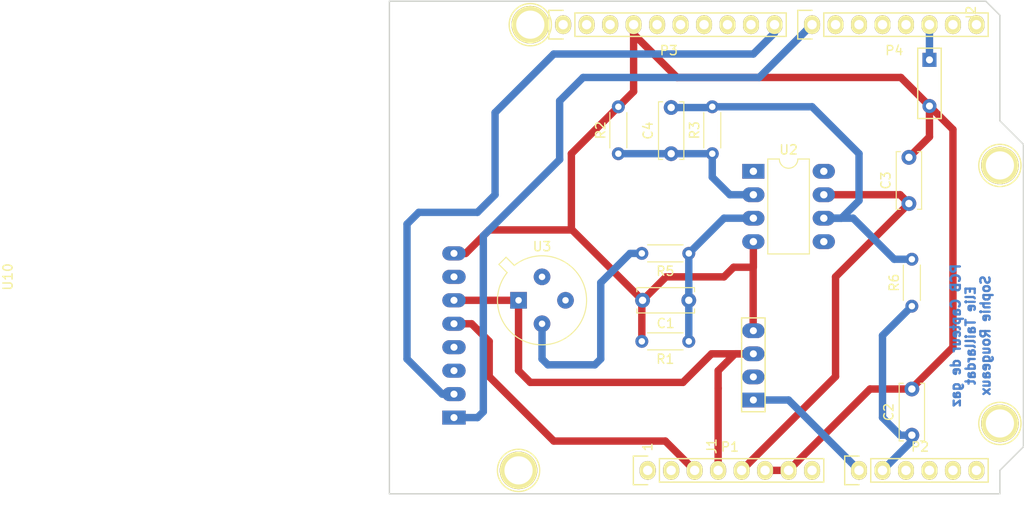
<source format=kicad_pcb>
(kicad_pcb (version 20171130) (host pcbnew "(5.0.0)")

  (general
    (thickness 1.6)
    (drawings 28)
    (tracks 107)
    (zones 0)
    (modules 22)
    (nets 46)
  )

  (page A4)
  (title_block
    (date "lun. 30 mars 2015")
  )

  (layers
    (0 F.Cu signal)
    (31 B.Cu signal)
    (32 B.Adhes user)
    (33 F.Adhes user)
    (34 B.Paste user)
    (35 F.Paste user)
    (36 B.SilkS user)
    (37 F.SilkS user)
    (38 B.Mask user)
    (39 F.Mask user)
    (40 Dwgs.User user)
    (41 Cmts.User user)
    (42 Eco1.User user)
    (43 Eco2.User user)
    (44 Edge.Cuts user)
    (45 Margin user)
    (46 B.CrtYd user)
    (47 F.CrtYd user)
    (48 B.Fab user)
    (49 F.Fab user)
  )

  (setup
    (last_trace_width 0.8)
    (trace_clearance 0.4)
    (zone_clearance 0.508)
    (zone_45_only no)
    (trace_min 0.7)
    (segment_width 0.15)
    (edge_width 0.15)
    (via_size 1.6)
    (via_drill 0.8)
    (via_min_size 1.6)
    (via_min_drill 0.3)
    (uvia_size 0.3)
    (uvia_drill 0.1)
    (uvias_allowed no)
    (uvia_min_size 0.2)
    (uvia_min_drill 0.1)
    (pcb_text_width 0.3)
    (pcb_text_size 1.5 1.5)
    (mod_edge_width 0.15)
    (mod_text_size 1 1)
    (mod_text_width 0.15)
    (pad_size 4.064 4.064)
    (pad_drill 3.048)
    (pad_to_mask_clearance 0)
    (aux_axis_origin 110.998 126.365)
    (grid_origin 110.998 126.365)
    (visible_elements 7FFFFFFF)
    (pcbplotparams
      (layerselection 0x00030_ffffffff)
      (usegerberextensions false)
      (usegerberattributes false)
      (usegerberadvancedattributes false)
      (creategerberjobfile false)
      (excludeedgelayer true)
      (linewidth 0.100000)
      (plotframeref false)
      (viasonmask false)
      (mode 1)
      (useauxorigin false)
      (hpglpennumber 1)
      (hpglpenspeed 20)
      (hpglpendiameter 15.000000)
      (psnegative false)
      (psa4output false)
      (plotreference true)
      (plotvalue true)
      (plotinvisibletext false)
      (padsonsilk false)
      (subtractmaskfromsilk false)
      (outputformat 4)
      (mirror false)
      (drillshape 0)
      (scaleselection 1)
      (outputdirectory ""))
  )

  (net 0 "")
  (net 1 /IOREF)
  (net 2 /Reset)
  (net 3 GND)
  (net 4 /Vin)
  (net 5 /A0)
  (net 6 /A1)
  (net 7 /A2)
  (net 8 /A3)
  (net 9 /AREF)
  (net 10 "/A4(SDA)")
  (net 11 "/A5(SCL)")
  (net 12 "/9(**)")
  (net 13 /8)
  (net 14 /7)
  (net 15 "/6(**)")
  (net 16 "/5(**)")
  (net 17 /4)
  (net 18 "/3(**)")
  (net 19 /2)
  (net 20 "/1(Tx)")
  (net 21 "/0(Rx)")
  (net 22 "Net-(P5-Pad1)")
  (net 23 "Net-(P6-Pad1)")
  (net 24 "Net-(P7-Pad1)")
  (net 25 "Net-(P8-Pad1)")
  (net 26 "/13(SCK)")
  (net 27 "/10(**/SS)")
  (net 28 "Net-(P1-Pad1)")
  (net 29 "/12(MISO)")
  (net 30 "/11(**/MOSI)")
  (net 31 "Net-(C1-Pad1)")
  (net 32 5V)
  (net 33 "Net-(C4-Pad2)")
  (net 34 "Net-(C4-Pad1)")
  (net 35 /Analog2)
  (net 36 3V3)
  (net 37 "Net-(R5-Pad2)")
  (net 38 "Net-(U2-Pad1)")
  (net 39 "Net-(U2-Pad5)")
  (net 40 "Net-(U2-Pad8)")
  (net 41 "Net-(U10-Pad7)")
  (net 42 "Net-(U10-Pad4)")
  (net 43 "Net-(U10-Pad3)")
  (net 44 /A5)
  (net 45 /A4)

  (net_class Default "This is the default net class."
    (clearance 0.4)
    (trace_width 0.8)
    (via_dia 1.6)
    (via_drill 0.8)
    (uvia_dia 0.3)
    (uvia_drill 0.1)
    (add_net "/0(Rx)")
    (add_net "/1(Tx)")
    (add_net "/10(**/SS)")
    (add_net "/11(**/MOSI)")
    (add_net "/12(MISO)")
    (add_net "/13(SCK)")
    (add_net /2)
    (add_net "/3(**)")
    (add_net /4)
    (add_net "/5(**)")
    (add_net "/6(**)")
    (add_net /7)
    (add_net /8)
    (add_net "/9(**)")
    (add_net /A0)
    (add_net /A1)
    (add_net /A2)
    (add_net /A3)
    (add_net /A4)
    (add_net "/A4(SDA)")
    (add_net /A5)
    (add_net "/A5(SCL)")
    (add_net /AREF)
    (add_net /Analog2)
    (add_net /IOREF)
    (add_net /Reset)
    (add_net /Vin)
    (add_net 3V3)
    (add_net 5V)
    (add_net GND)
    (add_net "Net-(C1-Pad1)")
    (add_net "Net-(C4-Pad1)")
    (add_net "Net-(C4-Pad2)")
    (add_net "Net-(P1-Pad1)")
    (add_net "Net-(P5-Pad1)")
    (add_net "Net-(P6-Pad1)")
    (add_net "Net-(P7-Pad1)")
    (add_net "Net-(P8-Pad1)")
    (add_net "Net-(R5-Pad2)")
    (add_net "Net-(U10-Pad3)")
    (add_net "Net-(U10-Pad4)")
    (add_net "Net-(U10-Pad7)")
    (add_net "Net-(U2-Pad1)")
    (add_net "Net-(U2-Pad5)")
    (add_net "Net-(U2-Pad8)")
  )

  (module Grove:conn_Grove (layer F.Cu) (tedit 5BE9AD99) (tstamp 5C0200CF)
    (at 150.368 116.205 90)
    (path /5BE17693)
    (fp_text reference J1 (at -5 -4.5 90) (layer F.SilkS)
      (effects (font (size 1 1) (thickness 0.15)))
    )
    (fp_text value Grove_Sensor (at -5 -5.5 90) (layer F.Fab)
      (effects (font (size 1 1) (thickness 0.15)))
    )
    (fp_line (start -1.27 1.27) (end -1.27 -1.27) (layer F.SilkS) (width 0.15))
    (fp_line (start 6.35 1.27) (end -1.27 1.27) (layer F.SilkS) (width 0.15))
    (fp_line (start -1.27 -1.27) (end 6.35 -1.27) (layer F.SilkS) (width 0.15))
    (fp_line (start 8.89 1.27) (end 6.35 1.27) (layer F.SilkS) (width 0.15))
    (fp_line (start 8.89 -1.27) (end 8.89 1.27) (layer F.SilkS) (width 0.15))
    (fp_line (start 6.35 -1.27) (end 8.89 -1.27) (layer F.SilkS) (width 0.15))
    (pad 4 thru_hole oval (at 7.5 0 90) (size 1.6 2.4) (drill 0.762) (layers *.Cu *.Mask)
      (net 3 GND))
    (pad 3 thru_hole oval (at 5 0 90) (size 1.6 2.4) (drill 0.762) (layers *.Cu *.Mask)
      (net 36 3V3))
    (pad 2 thru_hole oval (at 2.5 0 90) (size 1.6 2.4) (drill 0.762) (layers *.Cu *.Mask)
      (net 35 /Analog2))
    (pad 1 thru_hole rect (at 0 0 90) (size 1.6 2.4) (drill 0.762) (layers *.Cu *.Mask)
      (net 5 /A0))
  )

  (module LED:conn_LED (layer F.Cu) (tedit 5BE9A869) (tstamp 5C0200C6)
    (at 169.418 79.375 270)
    (path /5BE1F320)
    (fp_text reference J2 (at -5 -4.5 270) (layer F.SilkS)
      (effects (font (size 1 1) (thickness 0.15)))
    )
    (fp_text value LED (at -5 -5.5 270) (layer F.Fab)
      (effects (font (size 1 1) (thickness 0.15)))
    )
    (fp_line (start -1.27 1.27) (end -1.27 -1.27) (layer F.SilkS) (width 0.15))
    (fp_line (start 6.35 1.27) (end -1.27 1.27) (layer F.SilkS) (width 0.15))
    (fp_line (start 6.35 -1.27) (end 6.35 1.27) (layer F.SilkS) (width 0.15))
    (fp_line (start -1.27 -1.27) (end 6.35 -1.27) (layer F.SilkS) (width 0.15))
    (pad 2 thru_hole circle (at 5 0 270) (size 1.524 1.524) (drill 0.762) (layers *.Cu *.Mask)
      (net 3 GND))
    (pad 1 thru_hole rect (at 0 0 270) (size 1.524 1.524) (drill 0.762) (layers *.Cu *.Mask)
      (net 19 /2))
  )

  (module RN2483:Module_RN2483_Breakout_WITHOUTPADS (layer F.Cu) (tedit 5BE9842D) (tstamp 5C318088)
    (at 117.983 118.11 90)
    (path /5BCDFBC4)
    (fp_text reference U10 (at 15.24 -48.26 90) (layer F.SilkS)
      (effects (font (size 1 1) (thickness 0.15)))
    )
    (fp_text value RN2483_Breakout (at 2.54 -48.26 90) (layer F.Fab)
      (effects (font (size 1 1) (thickness 0.15)))
    )
    (fp_line (start 26 -46.5) (end 26 3.5) (layer F.CrtYd) (width 0.15))
    (fp_line (start 26 3.5) (end -8 3.5) (layer F.CrtYd) (width 0.15))
    (fp_line (start -8 3.5) (end -8 -46.5) (layer F.CrtYd) (width 0.15))
    (fp_line (start -8 -46.5) (end 26 -46.5) (layer F.CrtYd) (width 0.15))
    (pad 1 thru_hole rect (at 0 0 90) (size 1.524 2.524) (drill 0.762) (layers *.Cu *.Mask)
      (net 14 /7))
    (pad 2 thru_hole oval (at 2.54 0 90) (size 1.524 2.524) (drill 0.762) (layers *.Cu *.Mask)
      (net 13 /8))
    (pad 3 thru_hole oval (at 5.08 0 90) (size 1.524 2.524) (drill 0.762) (layers *.Cu *.Mask)
      (net 43 "Net-(U10-Pad3)"))
    (pad 4 thru_hole oval (at 7.62 0 90) (size 1.524 2.524) (drill 0.762) (layers *.Cu *.Mask)
      (net 42 "Net-(U10-Pad4)"))
    (pad 5 thru_hole oval (at 10.16 0 90) (size 1.524 2.524) (drill 0.762) (layers *.Cu *.Mask)
      (net 2 /Reset))
    (pad 6 thru_hole oval (at 12.7 0 90) (size 1.524 2.524) (drill 0.762) (layers *.Cu *.Mask)
      (net 36 3V3))
    (pad 7 thru_hole oval (at 15.24 0 90) (size 1.524 2.524) (drill 0.762) (layers *.Cu *.Mask)
      (net 41 "Net-(U10-Pad7)"))
    (pad 8 thru_hole oval (at 17.78 0 90) (size 1.524 2.524) (drill 0.762) (layers *.Cu *.Mask)
      (net 3 GND))
  )

  (module Socket_Arduino_Uno:Socket_Strip_Arduino_1x08 locked (layer F.Cu) (tedit 551AF8B3) (tstamp 551AF9EA)
    (at 138.938 123.825)
    (descr "Through hole socket strip")
    (tags "socket strip")
    (path /56D70129)
    (fp_text reference P1 (at 8.89 -2.54) (layer F.SilkS)
      (effects (font (size 1 1) (thickness 0.15)))
    )
    (fp_text value Power (at 8.89 -4.064) (layer F.Fab)
      (effects (font (size 1 1) (thickness 0.15)))
    )
    (fp_line (start -1.55 -1.55) (end -1.55 1.55) (layer F.SilkS) (width 0.15))
    (fp_line (start 0 -1.55) (end -1.55 -1.55) (layer F.SilkS) (width 0.15))
    (fp_line (start 1.27 1.27) (end 1.27 -1.27) (layer F.SilkS) (width 0.15))
    (fp_line (start -1.55 1.55) (end 0 1.55) (layer F.SilkS) (width 0.15))
    (fp_line (start 19.05 -1.27) (end 1.27 -1.27) (layer F.SilkS) (width 0.15))
    (fp_line (start 19.05 1.27) (end 19.05 -1.27) (layer F.SilkS) (width 0.15))
    (fp_line (start 1.27 1.27) (end 19.05 1.27) (layer F.SilkS) (width 0.15))
    (fp_line (start -1.75 1.75) (end 19.55 1.75) (layer F.CrtYd) (width 0.05))
    (fp_line (start -1.75 -1.75) (end 19.55 -1.75) (layer F.CrtYd) (width 0.05))
    (fp_line (start 19.55 -1.75) (end 19.55 1.75) (layer F.CrtYd) (width 0.05))
    (fp_line (start -1.75 -1.75) (end -1.75 1.75) (layer F.CrtYd) (width 0.05))
    (pad 8 thru_hole oval (at 17.78 0) (size 1.7272 2.032) (drill 1.016) (layers *.Cu *.Mask F.SilkS)
      (net 4 /Vin))
    (pad 7 thru_hole oval (at 15.24 0) (size 1.7272 2.032) (drill 1.016) (layers *.Cu *.Mask F.SilkS)
      (net 3 GND))
    (pad 6 thru_hole oval (at 12.7 0) (size 1.7272 2.032) (drill 1.016) (layers *.Cu *.Mask F.SilkS)
      (net 3 GND))
    (pad 5 thru_hole oval (at 10.16 0) (size 1.7272 2.032) (drill 1.016) (layers *.Cu *.Mask F.SilkS)
      (net 32 5V))
    (pad 4 thru_hole oval (at 7.62 0) (size 1.7272 2.032) (drill 1.016) (layers *.Cu *.Mask F.SilkS)
      (net 36 3V3))
    (pad 3 thru_hole oval (at 5.08 0) (size 1.7272 2.032) (drill 1.016) (layers *.Cu *.Mask F.SilkS)
      (net 2 /Reset))
    (pad 2 thru_hole oval (at 2.54 0) (size 1.7272 2.032) (drill 1.016) (layers *.Cu *.Mask F.SilkS)
      (net 1 /IOREF))
    (pad 1 thru_hole oval (at 0 0) (size 1.7272 2.032) (drill 1.016) (layers *.Cu *.Mask F.SilkS)
      (net 28 "Net-(P1-Pad1)"))
    (model ${KIPRJMOD}/Socket_Arduino_Uno.3dshapes/Socket_header_Arduino_1x08.wrl
      (offset (xyz 8.889999866485596 0 0))
      (scale (xyz 1 1 1))
      (rotate (xyz 0 0 180))
    )
  )

  (module Socket_Arduino_Uno:Socket_Strip_Arduino_1x06 locked (layer F.Cu) (tedit 551AF7D9) (tstamp 551AF9FF)
    (at 161.798 123.825)
    (descr "Through hole socket strip")
    (tags "socket strip")
    (path /56D70DD8)
    (fp_text reference P2 (at 6.604 -2.54) (layer F.SilkS)
      (effects (font (size 1 1) (thickness 0.15)))
    )
    (fp_text value Analog (at 6.604 -4.064) (layer F.Fab)
      (effects (font (size 1 1) (thickness 0.15)))
    )
    (fp_line (start -1.55 -1.55) (end -1.55 1.55) (layer F.SilkS) (width 0.15))
    (fp_line (start 0 -1.55) (end -1.55 -1.55) (layer F.SilkS) (width 0.15))
    (fp_line (start 1.27 1.27) (end 1.27 -1.27) (layer F.SilkS) (width 0.15))
    (fp_line (start -1.55 1.55) (end 0 1.55) (layer F.SilkS) (width 0.15))
    (fp_line (start 13.97 -1.27) (end 1.27 -1.27) (layer F.SilkS) (width 0.15))
    (fp_line (start 13.97 1.27) (end 13.97 -1.27) (layer F.SilkS) (width 0.15))
    (fp_line (start 1.27 1.27) (end 13.97 1.27) (layer F.SilkS) (width 0.15))
    (fp_line (start -1.75 1.75) (end 14.45 1.75) (layer F.CrtYd) (width 0.05))
    (fp_line (start -1.75 -1.75) (end 14.45 -1.75) (layer F.CrtYd) (width 0.05))
    (fp_line (start 14.45 -1.75) (end 14.45 1.75) (layer F.CrtYd) (width 0.05))
    (fp_line (start -1.75 -1.75) (end -1.75 1.75) (layer F.CrtYd) (width 0.05))
    (pad 6 thru_hole oval (at 12.7 0) (size 1.7272 2.032) (drill 1.016) (layers *.Cu *.Mask F.SilkS)
      (net 44 /A5))
    (pad 5 thru_hole oval (at 10.16 0) (size 1.7272 2.032) (drill 1.016) (layers *.Cu *.Mask F.SilkS)
      (net 45 /A4))
    (pad 4 thru_hole oval (at 7.62 0) (size 1.7272 2.032) (drill 1.016) (layers *.Cu *.Mask F.SilkS)
      (net 8 /A3))
    (pad 3 thru_hole oval (at 5.08 0) (size 1.7272 2.032) (drill 1.016) (layers *.Cu *.Mask F.SilkS)
      (net 7 /A2))
    (pad 2 thru_hole oval (at 2.54 0) (size 1.7272 2.032) (drill 1.016) (layers *.Cu *.Mask F.SilkS)
      (net 6 /A1))
    (pad 1 thru_hole oval (at 0 0) (size 1.7272 2.032) (drill 1.016) (layers *.Cu *.Mask F.SilkS)
      (net 5 /A0))
    (model ${KIPRJMOD}/Socket_Arduino_Uno.3dshapes/Socket_header_Arduino_1x06.wrl
      (offset (xyz 6.349999904632568 0 0))
      (scale (xyz 1 1 1))
      (rotate (xyz 0 0 180))
    )
  )

  (module Socket_Arduino_Uno:Socket_Strip_Arduino_1x10 locked (layer F.Cu) (tedit 551AF8D9) (tstamp 551AFA18)
    (at 129.794 75.565)
    (descr "Through hole socket strip")
    (tags "socket strip")
    (path /56D721E0)
    (fp_text reference P3 (at 11.43 2.794) (layer F.SilkS)
      (effects (font (size 1 1) (thickness 0.15)))
    )
    (fp_text value Digital (at 11.43 4.318) (layer F.Fab)
      (effects (font (size 1 1) (thickness 0.15)))
    )
    (fp_line (start -1.55 -1.55) (end -1.55 1.55) (layer F.SilkS) (width 0.15))
    (fp_line (start 0 -1.55) (end -1.55 -1.55) (layer F.SilkS) (width 0.15))
    (fp_line (start 1.27 1.27) (end 1.27 -1.27) (layer F.SilkS) (width 0.15))
    (fp_line (start -1.55 1.55) (end 0 1.55) (layer F.SilkS) (width 0.15))
    (fp_line (start 24.13 -1.27) (end 1.27 -1.27) (layer F.SilkS) (width 0.15))
    (fp_line (start 24.13 1.27) (end 24.13 -1.27) (layer F.SilkS) (width 0.15))
    (fp_line (start 1.27 1.27) (end 24.13 1.27) (layer F.SilkS) (width 0.15))
    (fp_line (start -1.75 1.75) (end 24.65 1.75) (layer F.CrtYd) (width 0.05))
    (fp_line (start -1.75 -1.75) (end 24.65 -1.75) (layer F.CrtYd) (width 0.05))
    (fp_line (start 24.65 -1.75) (end 24.65 1.75) (layer F.CrtYd) (width 0.05))
    (fp_line (start -1.75 -1.75) (end -1.75 1.75) (layer F.CrtYd) (width 0.05))
    (pad 10 thru_hole oval (at 22.86 0) (size 1.7272 2.032) (drill 1.016) (layers *.Cu *.Mask F.SilkS)
      (net 13 /8))
    (pad 9 thru_hole oval (at 20.32 0) (size 1.7272 2.032) (drill 1.016) (layers *.Cu *.Mask F.SilkS)
      (net 12 "/9(**)"))
    (pad 8 thru_hole oval (at 17.78 0) (size 1.7272 2.032) (drill 1.016) (layers *.Cu *.Mask F.SilkS)
      (net 27 "/10(**/SS)"))
    (pad 7 thru_hole oval (at 15.24 0) (size 1.7272 2.032) (drill 1.016) (layers *.Cu *.Mask F.SilkS)
      (net 30 "/11(**/MOSI)"))
    (pad 6 thru_hole oval (at 12.7 0) (size 1.7272 2.032) (drill 1.016) (layers *.Cu *.Mask F.SilkS)
      (net 29 "/12(MISO)"))
    (pad 5 thru_hole oval (at 10.16 0) (size 1.7272 2.032) (drill 1.016) (layers *.Cu *.Mask F.SilkS)
      (net 26 "/13(SCK)"))
    (pad 4 thru_hole oval (at 7.62 0) (size 1.7272 2.032) (drill 1.016) (layers *.Cu *.Mask F.SilkS)
      (net 3 GND))
    (pad 3 thru_hole oval (at 5.08 0) (size 1.7272 2.032) (drill 1.016) (layers *.Cu *.Mask F.SilkS)
      (net 9 /AREF))
    (pad 2 thru_hole oval (at 2.54 0) (size 1.7272 2.032) (drill 1.016) (layers *.Cu *.Mask F.SilkS)
      (net 10 "/A4(SDA)"))
    (pad 1 thru_hole oval (at 0 0) (size 1.7272 2.032) (drill 1.016) (layers *.Cu *.Mask F.SilkS)
      (net 11 "/A5(SCL)"))
    (model ${KIPRJMOD}/Socket_Arduino_Uno.3dshapes/Socket_header_Arduino_1x10.wrl
      (offset (xyz 11.42999982833862 0 0))
      (scale (xyz 1 1 1))
      (rotate (xyz 0 0 180))
    )
  )

  (module Socket_Arduino_Uno:Socket_Strip_Arduino_1x08 locked (layer F.Cu) (tedit 551AF8B3) (tstamp 551AFA2F)
    (at 156.718 75.565)
    (descr "Through hole socket strip")
    (tags "socket strip")
    (path /56D7164F)
    (fp_text reference P4 (at 8.89 2.794) (layer F.SilkS)
      (effects (font (size 1 1) (thickness 0.15)))
    )
    (fp_text value Digital (at 8.89 4.318) (layer F.Fab)
      (effects (font (size 1 1) (thickness 0.15)))
    )
    (fp_line (start -1.55 -1.55) (end -1.55 1.55) (layer F.SilkS) (width 0.15))
    (fp_line (start 0 -1.55) (end -1.55 -1.55) (layer F.SilkS) (width 0.15))
    (fp_line (start 1.27 1.27) (end 1.27 -1.27) (layer F.SilkS) (width 0.15))
    (fp_line (start -1.55 1.55) (end 0 1.55) (layer F.SilkS) (width 0.15))
    (fp_line (start 19.05 -1.27) (end 1.27 -1.27) (layer F.SilkS) (width 0.15))
    (fp_line (start 19.05 1.27) (end 19.05 -1.27) (layer F.SilkS) (width 0.15))
    (fp_line (start 1.27 1.27) (end 19.05 1.27) (layer F.SilkS) (width 0.15))
    (fp_line (start -1.75 1.75) (end 19.55 1.75) (layer F.CrtYd) (width 0.05))
    (fp_line (start -1.75 -1.75) (end 19.55 -1.75) (layer F.CrtYd) (width 0.05))
    (fp_line (start 19.55 -1.75) (end 19.55 1.75) (layer F.CrtYd) (width 0.05))
    (fp_line (start -1.75 -1.75) (end -1.75 1.75) (layer F.CrtYd) (width 0.05))
    (pad 8 thru_hole oval (at 17.78 0) (size 1.7272 2.032) (drill 1.016) (layers *.Cu *.Mask F.SilkS)
      (net 21 "/0(Rx)"))
    (pad 7 thru_hole oval (at 15.24 0) (size 1.7272 2.032) (drill 1.016) (layers *.Cu *.Mask F.SilkS)
      (net 20 "/1(Tx)"))
    (pad 6 thru_hole oval (at 12.7 0) (size 1.7272 2.032) (drill 1.016) (layers *.Cu *.Mask F.SilkS)
      (net 19 /2))
    (pad 5 thru_hole oval (at 10.16 0) (size 1.7272 2.032) (drill 1.016) (layers *.Cu *.Mask F.SilkS)
      (net 18 "/3(**)"))
    (pad 4 thru_hole oval (at 7.62 0) (size 1.7272 2.032) (drill 1.016) (layers *.Cu *.Mask F.SilkS)
      (net 17 /4))
    (pad 3 thru_hole oval (at 5.08 0) (size 1.7272 2.032) (drill 1.016) (layers *.Cu *.Mask F.SilkS)
      (net 16 "/5(**)"))
    (pad 2 thru_hole oval (at 2.54 0) (size 1.7272 2.032) (drill 1.016) (layers *.Cu *.Mask F.SilkS)
      (net 15 "/6(**)"))
    (pad 1 thru_hole oval (at 0 0) (size 1.7272 2.032) (drill 1.016) (layers *.Cu *.Mask F.SilkS)
      (net 14 /7))
    (model ${KIPRJMOD}/Socket_Arduino_Uno.3dshapes/Socket_header_Arduino_1x08.wrl
      (offset (xyz 8.889999866485596 0 0))
      (scale (xyz 1 1 1))
      (rotate (xyz 0 0 180))
    )
  )

  (module Socket_Arduino_Uno:Arduino_1pin locked (layer F.Cu) (tedit 0) (tstamp 5524FC3F)
    (at 124.968 123.825)
    (descr "module 1 pin (ou trou mecanique de percage)")
    (tags DEV)
    (path /56D71177)
    (fp_text reference P5 (at 0 -3.048) (layer F.SilkS) hide
      (effects (font (size 1 1) (thickness 0.15)))
    )
    (fp_text value CONN_01X01 (at 0 2.794) (layer F.Fab) hide
      (effects (font (size 1 1) (thickness 0.15)))
    )
    (fp_circle (center 0 0) (end 0 -2.286) (layer F.SilkS) (width 0.15))
    (pad 1 thru_hole circle (at 0 0) (size 4.064 4.064) (drill 3.048) (layers *.Cu *.Mask F.SilkS)
      (net 22 "Net-(P5-Pad1)"))
  )

  (module Socket_Arduino_Uno:Arduino_1pin locked (layer F.Cu) (tedit 0) (tstamp 5524FC44)
    (at 177.038 118.745)
    (descr "module 1 pin (ou trou mecanique de percage)")
    (tags DEV)
    (path /56D71274)
    (fp_text reference P6 (at 0 -3.048) (layer F.SilkS) hide
      (effects (font (size 1 1) (thickness 0.15)))
    )
    (fp_text value CONN_01X01 (at 0 2.794) (layer F.Fab) hide
      (effects (font (size 1 1) (thickness 0.15)))
    )
    (fp_circle (center 0 0) (end 0 -2.286) (layer F.SilkS) (width 0.15))
    (pad 1 thru_hole circle (at 0 0) (size 4.064 4.064) (drill 3.048) (layers *.Cu *.Mask F.SilkS)
      (net 23 "Net-(P6-Pad1)"))
  )

  (module Socket_Arduino_Uno:Arduino_1pin locked (layer F.Cu) (tedit 0) (tstamp 5524FC49)
    (at 126.238 75.565)
    (descr "module 1 pin (ou trou mecanique de percage)")
    (tags DEV)
    (path /56D712A8)
    (fp_text reference P7 (at 0 -3.048) (layer F.SilkS) hide
      (effects (font (size 1 1) (thickness 0.15)))
    )
    (fp_text value CONN_01X01 (at 0 2.794) (layer F.Fab) hide
      (effects (font (size 1 1) (thickness 0.15)))
    )
    (fp_circle (center 0 0) (end 0 -2.286) (layer F.SilkS) (width 0.15))
    (pad 1 thru_hole circle (at 0 0) (size 4.064 4.064) (drill 3.048) (layers *.Cu *.Mask F.SilkS)
      (net 24 "Net-(P7-Pad1)"))
  )

  (module Socket_Arduino_Uno:Arduino_1pin locked (layer F.Cu) (tedit 0) (tstamp 5524FC4E)
    (at 177.038 90.805)
    (descr "module 1 pin (ou trou mecanique de percage)")
    (tags DEV)
    (path /56D712DB)
    (fp_text reference P8 (at 0 -3.048) (layer F.SilkS) hide
      (effects (font (size 1 1) (thickness 0.15)))
    )
    (fp_text value CONN_01X01 (at 0 2.794) (layer F.Fab) hide
      (effects (font (size 1 1) (thickness 0.15)))
    )
    (fp_circle (center 0 0) (end 0 -2.286) (layer F.SilkS) (width 0.15))
    (pad 1 thru_hole circle (at 0 0) (size 4.064 4.064) (drill 3.048) (layers *.Cu *.Mask F.SilkS)
      (net 25 "Net-(P8-Pad1)"))
  )

  (module Capacitor_THT:C_Disc_D6.0mm_W2.5mm_P5.00mm (layer F.Cu) (tedit 5AE50EF0) (tstamp 5C317F72)
    (at 143.383 105.41 180)
    (descr "C, Disc series, Radial, pin pitch=5.00mm, , diameter*width=6*2.5mm^2, Capacitor, http://cdn-reichelt.de/documents/datenblatt/B300/DS_KERKO_TC.pdf")
    (tags "C Disc series Radial pin pitch 5.00mm  diameter 6mm width 2.5mm Capacitor")
    (path /5BEC9C67)
    (fp_text reference C1 (at 2.5 -2.5 180) (layer F.SilkS)
      (effects (font (size 1 1) (thickness 0.15)))
    )
    (fp_text value 100n (at 2.5 2.5 180) (layer F.Fab)
      (effects (font (size 1 1) (thickness 0.15)))
    )
    (fp_text user %R (at 2.5 0 180) (layer F.Fab)
      (effects (font (size 1 1) (thickness 0.15)))
    )
    (fp_line (start 6.05 -1.5) (end -1.05 -1.5) (layer F.CrtYd) (width 0.05))
    (fp_line (start 6.05 1.5) (end 6.05 -1.5) (layer F.CrtYd) (width 0.05))
    (fp_line (start -1.05 1.5) (end 6.05 1.5) (layer F.CrtYd) (width 0.05))
    (fp_line (start -1.05 -1.5) (end -1.05 1.5) (layer F.CrtYd) (width 0.05))
    (fp_line (start 5.62 0.925) (end 5.62 1.37) (layer F.SilkS) (width 0.12))
    (fp_line (start 5.62 -1.37) (end 5.62 -0.925) (layer F.SilkS) (width 0.12))
    (fp_line (start -0.62 0.925) (end -0.62 1.37) (layer F.SilkS) (width 0.12))
    (fp_line (start -0.62 -1.37) (end -0.62 -0.925) (layer F.SilkS) (width 0.12))
    (fp_line (start -0.62 1.37) (end 5.62 1.37) (layer F.SilkS) (width 0.12))
    (fp_line (start -0.62 -1.37) (end 5.62 -1.37) (layer F.SilkS) (width 0.12))
    (fp_line (start 5.5 -1.25) (end -0.5 -1.25) (layer F.Fab) (width 0.1))
    (fp_line (start 5.5 1.25) (end 5.5 -1.25) (layer F.Fab) (width 0.1))
    (fp_line (start -0.5 1.25) (end 5.5 1.25) (layer F.Fab) (width 0.1))
    (fp_line (start -0.5 -1.25) (end -0.5 1.25) (layer F.Fab) (width 0.1))
    (pad 2 thru_hole circle (at 5 0 180) (size 1.6 1.6) (drill 0.8) (layers *.Cu *.Mask)
      (net 3 GND))
    (pad 1 thru_hole circle (at 0 0 180) (size 1.6 1.6) (drill 0.8) (layers *.Cu *.Mask)
      (net 31 "Net-(C1-Pad1)"))
    (model ${KISYS3DMOD}/Capacitor_THT.3dshapes/C_Disc_D6.0mm_W2.5mm_P5.00mm.wrl
      (at (xyz 0 0 0))
      (scale (xyz 1 1 1))
      (rotate (xyz 0 0 0))
    )
  )

  (module Capacitor_THT:C_Disc_D6.0mm_W2.5mm_P5.00mm (layer F.Cu) (tedit 5AE50EF0) (tstamp 5C317F87)
    (at 167.513 120.015 90)
    (descr "C, Disc series, Radial, pin pitch=5.00mm, , diameter*width=6*2.5mm^2, Capacitor, http://cdn-reichelt.de/documents/datenblatt/B300/DS_KERKO_TC.pdf")
    (tags "C Disc series Radial pin pitch 5.00mm  diameter 6mm width 2.5mm Capacitor")
    (path /5BEAE49F)
    (fp_text reference C2 (at 2.5 -2.5 90) (layer F.SilkS)
      (effects (font (size 1 1) (thickness 0.15)))
    )
    (fp_text value 100n (at 2.5 2.5 90) (layer F.Fab)
      (effects (font (size 1 1) (thickness 0.15)))
    )
    (fp_text user %R (at 2.5 0 90) (layer F.Fab)
      (effects (font (size 1 1) (thickness 0.15)))
    )
    (fp_line (start 6.05 -1.5) (end -1.05 -1.5) (layer F.CrtYd) (width 0.05))
    (fp_line (start 6.05 1.5) (end 6.05 -1.5) (layer F.CrtYd) (width 0.05))
    (fp_line (start -1.05 1.5) (end 6.05 1.5) (layer F.CrtYd) (width 0.05))
    (fp_line (start -1.05 -1.5) (end -1.05 1.5) (layer F.CrtYd) (width 0.05))
    (fp_line (start 5.62 0.925) (end 5.62 1.37) (layer F.SilkS) (width 0.12))
    (fp_line (start 5.62 -1.37) (end 5.62 -0.925) (layer F.SilkS) (width 0.12))
    (fp_line (start -0.62 0.925) (end -0.62 1.37) (layer F.SilkS) (width 0.12))
    (fp_line (start -0.62 -1.37) (end -0.62 -0.925) (layer F.SilkS) (width 0.12))
    (fp_line (start -0.62 1.37) (end 5.62 1.37) (layer F.SilkS) (width 0.12))
    (fp_line (start -0.62 -1.37) (end 5.62 -1.37) (layer F.SilkS) (width 0.12))
    (fp_line (start 5.5 -1.25) (end -0.5 -1.25) (layer F.Fab) (width 0.1))
    (fp_line (start 5.5 1.25) (end 5.5 -1.25) (layer F.Fab) (width 0.1))
    (fp_line (start -0.5 1.25) (end 5.5 1.25) (layer F.Fab) (width 0.1))
    (fp_line (start -0.5 -1.25) (end -0.5 1.25) (layer F.Fab) (width 0.1))
    (pad 2 thru_hole circle (at 5 0 90) (size 1.6 1.6) (drill 0.8) (layers *.Cu *.Mask)
      (net 3 GND))
    (pad 1 thru_hole circle (at 0 0 90) (size 1.6 1.6) (drill 0.8) (layers *.Cu *.Mask)
      (net 6 /A1))
    (model ${KISYS3DMOD}/Capacitor_THT.3dshapes/C_Disc_D6.0mm_W2.5mm_P5.00mm.wrl
      (at (xyz 0 0 0))
      (scale (xyz 1 1 1))
      (rotate (xyz 0 0 0))
    )
  )

  (module Capacitor_THT:C_Disc_D6.0mm_W2.5mm_P5.00mm (layer F.Cu) (tedit 5AE50EF0) (tstamp 5C317F9C)
    (at 167.1955 94.9325 90)
    (descr "C, Disc series, Radial, pin pitch=5.00mm, , diameter*width=6*2.5mm^2, Capacitor, http://cdn-reichelt.de/documents/datenblatt/B300/DS_KERKO_TC.pdf")
    (tags "C Disc series Radial pin pitch 5.00mm  diameter 6mm width 2.5mm Capacitor")
    (path /5BE9FCA1)
    (fp_text reference C3 (at 2.5 -2.5 90) (layer F.SilkS)
      (effects (font (size 1 1) (thickness 0.15)))
    )
    (fp_text value 100n (at 2.5 2.5 90) (layer F.Fab)
      (effects (font (size 1 1) (thickness 0.15)))
    )
    (fp_text user %R (at 2.5 0 90) (layer F.Fab)
      (effects (font (size 1 1) (thickness 0.15)))
    )
    (fp_line (start 6.05 -1.5) (end -1.05 -1.5) (layer F.CrtYd) (width 0.05))
    (fp_line (start 6.05 1.5) (end 6.05 -1.5) (layer F.CrtYd) (width 0.05))
    (fp_line (start -1.05 1.5) (end 6.05 1.5) (layer F.CrtYd) (width 0.05))
    (fp_line (start -1.05 -1.5) (end -1.05 1.5) (layer F.CrtYd) (width 0.05))
    (fp_line (start 5.62 0.925) (end 5.62 1.37) (layer F.SilkS) (width 0.12))
    (fp_line (start 5.62 -1.37) (end 5.62 -0.925) (layer F.SilkS) (width 0.12))
    (fp_line (start -0.62 0.925) (end -0.62 1.37) (layer F.SilkS) (width 0.12))
    (fp_line (start -0.62 -1.37) (end -0.62 -0.925) (layer F.SilkS) (width 0.12))
    (fp_line (start -0.62 1.37) (end 5.62 1.37) (layer F.SilkS) (width 0.12))
    (fp_line (start -0.62 -1.37) (end 5.62 -1.37) (layer F.SilkS) (width 0.12))
    (fp_line (start 5.5 -1.25) (end -0.5 -1.25) (layer F.Fab) (width 0.1))
    (fp_line (start 5.5 1.25) (end 5.5 -1.25) (layer F.Fab) (width 0.1))
    (fp_line (start -0.5 1.25) (end 5.5 1.25) (layer F.Fab) (width 0.1))
    (fp_line (start -0.5 -1.25) (end -0.5 1.25) (layer F.Fab) (width 0.1))
    (pad 2 thru_hole circle (at 5 0 90) (size 1.6 1.6) (drill 0.8) (layers *.Cu *.Mask)
      (net 3 GND))
    (pad 1 thru_hole circle (at 0 0 90) (size 1.6 1.6) (drill 0.8) (layers *.Cu *.Mask)
      (net 32 5V))
    (model ${KISYS3DMOD}/Capacitor_THT.3dshapes/C_Disc_D6.0mm_W2.5mm_P5.00mm.wrl
      (at (xyz 0 0 0))
      (scale (xyz 1 1 1))
      (rotate (xyz 0 0 0))
    )
  )

  (module Capacitor_THT:C_Disc_D6.0mm_W2.5mm_P5.00mm (layer F.Cu) (tedit 5AE50EF0) (tstamp 5C317FB1)
    (at 141.478 89.535 90)
    (descr "C, Disc series, Radial, pin pitch=5.00mm, , diameter*width=6*2.5mm^2, Capacitor, http://cdn-reichelt.de/documents/datenblatt/B300/DS_KERKO_TC.pdf")
    (tags "C Disc series Radial pin pitch 5.00mm  diameter 6mm width 2.5mm Capacitor")
    (path /5BEA6BD1)
    (fp_text reference C4 (at 2.5 -2.5 90) (layer F.SilkS)
      (effects (font (size 1 1) (thickness 0.15)))
    )
    (fp_text value 1u (at 2.5 2.5 90) (layer F.Fab)
      (effects (font (size 1 1) (thickness 0.15)))
    )
    (fp_text user %R (at 2.5 0 90) (layer F.Fab)
      (effects (font (size 1 1) (thickness 0.15)))
    )
    (fp_line (start 6.05 -1.5) (end -1.05 -1.5) (layer F.CrtYd) (width 0.05))
    (fp_line (start 6.05 1.5) (end 6.05 -1.5) (layer F.CrtYd) (width 0.05))
    (fp_line (start -1.05 1.5) (end 6.05 1.5) (layer F.CrtYd) (width 0.05))
    (fp_line (start -1.05 -1.5) (end -1.05 1.5) (layer F.CrtYd) (width 0.05))
    (fp_line (start 5.62 0.925) (end 5.62 1.37) (layer F.SilkS) (width 0.12))
    (fp_line (start 5.62 -1.37) (end 5.62 -0.925) (layer F.SilkS) (width 0.12))
    (fp_line (start -0.62 0.925) (end -0.62 1.37) (layer F.SilkS) (width 0.12))
    (fp_line (start -0.62 -1.37) (end -0.62 -0.925) (layer F.SilkS) (width 0.12))
    (fp_line (start -0.62 1.37) (end 5.62 1.37) (layer F.SilkS) (width 0.12))
    (fp_line (start -0.62 -1.37) (end 5.62 -1.37) (layer F.SilkS) (width 0.12))
    (fp_line (start 5.5 -1.25) (end -0.5 -1.25) (layer F.Fab) (width 0.1))
    (fp_line (start 5.5 1.25) (end 5.5 -1.25) (layer F.Fab) (width 0.1))
    (fp_line (start -0.5 1.25) (end 5.5 1.25) (layer F.Fab) (width 0.1))
    (fp_line (start -0.5 -1.25) (end -0.5 1.25) (layer F.Fab) (width 0.1))
    (pad 2 thru_hole circle (at 5 0 90) (size 1.6 1.6) (drill 0.8) (layers *.Cu *.Mask)
      (net 33 "Net-(C4-Pad2)"))
    (pad 1 thru_hole circle (at 0 0 90) (size 1.6 1.6) (drill 0.8) (layers *.Cu *.Mask)
      (net 34 "Net-(C4-Pad1)"))
    (model ${KISYS3DMOD}/Capacitor_THT.3dshapes/C_Disc_D6.0mm_W2.5mm_P5.00mm.wrl
      (at (xyz 0 0 0))
      (scale (xyz 1 1 1))
      (rotate (xyz 0 0 0))
    )
  )

  (module Resistor_THT:R_Axial_DIN0204_L3.6mm_D1.6mm_P5.08mm_Horizontal (layer F.Cu) (tedit 5AE5139B) (tstamp 5C317FF6)
    (at 143.383 109.855 180)
    (descr "Resistor, Axial_DIN0204 series, Axial, Horizontal, pin pitch=5.08mm, 0.167W, length*diameter=3.6*1.6mm^2, http://cdn-reichelt.de/documents/datenblatt/B400/1_4W%23YAG.pdf")
    (tags "Resistor Axial_DIN0204 series Axial Horizontal pin pitch 5.08mm 0.167W length 3.6mm diameter 1.6mm")
    (path /5BEC7C3B)
    (fp_text reference R1 (at 2.54 -1.92 180) (layer F.SilkS)
      (effects (font (size 1 1) (thickness 0.15)))
    )
    (fp_text value 100k (at 2.54 1.92 180) (layer F.Fab)
      (effects (font (size 1 1) (thickness 0.15)))
    )
    (fp_text user %R (at 2.54 0 180) (layer F.Fab)
      (effects (font (size 0.72 0.72) (thickness 0.108)))
    )
    (fp_line (start 6.03 -1.05) (end -0.95 -1.05) (layer F.CrtYd) (width 0.05))
    (fp_line (start 6.03 1.05) (end 6.03 -1.05) (layer F.CrtYd) (width 0.05))
    (fp_line (start -0.95 1.05) (end 6.03 1.05) (layer F.CrtYd) (width 0.05))
    (fp_line (start -0.95 -1.05) (end -0.95 1.05) (layer F.CrtYd) (width 0.05))
    (fp_line (start 0.62 0.92) (end 4.46 0.92) (layer F.SilkS) (width 0.12))
    (fp_line (start 0.62 -0.92) (end 4.46 -0.92) (layer F.SilkS) (width 0.12))
    (fp_line (start 5.08 0) (end 4.34 0) (layer F.Fab) (width 0.1))
    (fp_line (start 0 0) (end 0.74 0) (layer F.Fab) (width 0.1))
    (fp_line (start 4.34 -0.8) (end 0.74 -0.8) (layer F.Fab) (width 0.1))
    (fp_line (start 4.34 0.8) (end 4.34 -0.8) (layer F.Fab) (width 0.1))
    (fp_line (start 0.74 0.8) (end 4.34 0.8) (layer F.Fab) (width 0.1))
    (fp_line (start 0.74 -0.8) (end 0.74 0.8) (layer F.Fab) (width 0.1))
    (pad 2 thru_hole oval (at 5.08 0 180) (size 1.4 1.4) (drill 0.7) (layers *.Cu *.Mask)
      (net 3 GND))
    (pad 1 thru_hole circle (at 0 0 180) (size 1.4 1.4) (drill 0.7) (layers *.Cu *.Mask)
      (net 31 "Net-(C1-Pad1)"))
    (model ${KISYS3DMOD}/Resistor_THT.3dshapes/R_Axial_DIN0204_L3.6mm_D1.6mm_P5.08mm_Horizontal.wrl
      (at (xyz 0 0 0))
      (scale (xyz 1 1 1))
      (rotate (xyz 0 0 0))
    )
  )

  (module Resistor_THT:R_Axial_DIN0204_L3.6mm_D1.6mm_P5.08mm_Horizontal (layer F.Cu) (tedit 5AE5139B) (tstamp 5C318009)
    (at 135.763 89.535 90)
    (descr "Resistor, Axial_DIN0204 series, Axial, Horizontal, pin pitch=5.08mm, 0.167W, length*diameter=3.6*1.6mm^2, http://cdn-reichelt.de/documents/datenblatt/B400/1_4W%23YAG.pdf")
    (tags "Resistor Axial_DIN0204 series Axial Horizontal pin pitch 5.08mm 0.167W length 3.6mm diameter 1.6mm")
    (path /5BEC41BA)
    (fp_text reference R2 (at 2.54 -1.92 90) (layer F.SilkS)
      (effects (font (size 1 1) (thickness 0.15)))
    )
    (fp_text value 1k (at 2.54 1.92 90) (layer F.Fab)
      (effects (font (size 1 1) (thickness 0.15)))
    )
    (fp_text user %R (at 2.54 0 90) (layer F.Fab)
      (effects (font (size 0.72 0.72) (thickness 0.108)))
    )
    (fp_line (start 6.03 -1.05) (end -0.95 -1.05) (layer F.CrtYd) (width 0.05))
    (fp_line (start 6.03 1.05) (end 6.03 -1.05) (layer F.CrtYd) (width 0.05))
    (fp_line (start -0.95 1.05) (end 6.03 1.05) (layer F.CrtYd) (width 0.05))
    (fp_line (start -0.95 -1.05) (end -0.95 1.05) (layer F.CrtYd) (width 0.05))
    (fp_line (start 0.62 0.92) (end 4.46 0.92) (layer F.SilkS) (width 0.12))
    (fp_line (start 0.62 -0.92) (end 4.46 -0.92) (layer F.SilkS) (width 0.12))
    (fp_line (start 5.08 0) (end 4.34 0) (layer F.Fab) (width 0.1))
    (fp_line (start 0 0) (end 0.74 0) (layer F.Fab) (width 0.1))
    (fp_line (start 4.34 -0.8) (end 0.74 -0.8) (layer F.Fab) (width 0.1))
    (fp_line (start 4.34 0.8) (end 4.34 -0.8) (layer F.Fab) (width 0.1))
    (fp_line (start 0.74 0.8) (end 4.34 0.8) (layer F.Fab) (width 0.1))
    (fp_line (start 0.74 -0.8) (end 0.74 0.8) (layer F.Fab) (width 0.1))
    (pad 2 thru_hole oval (at 5.08 0 90) (size 1.4 1.4) (drill 0.7) (layers *.Cu *.Mask)
      (net 3 GND))
    (pad 1 thru_hole circle (at 0 0 90) (size 1.4 1.4) (drill 0.7) (layers *.Cu *.Mask)
      (net 34 "Net-(C4-Pad1)"))
    (model ${KISYS3DMOD}/Resistor_THT.3dshapes/R_Axial_DIN0204_L3.6mm_D1.6mm_P5.08mm_Horizontal.wrl
      (at (xyz 0 0 0))
      (scale (xyz 1 1 1))
      (rotate (xyz 0 0 0))
    )
  )

  (module Resistor_THT:R_Axial_DIN0204_L3.6mm_D1.6mm_P5.08mm_Horizontal (layer F.Cu) (tedit 5BE9B57C) (tstamp 5C31801C)
    (at 145.923 89.535 90)
    (descr "Resistor, Axial_DIN0204 series, Axial, Horizontal, pin pitch=5.08mm, 0.167W, length*diameter=3.6*1.6mm^2, http://cdn-reichelt.de/documents/datenblatt/B400/1_4W%23YAG.pdf")
    (tags "Resistor Axial_DIN0204 series Axial Horizontal pin pitch 5.08mm 0.167W length 3.6mm diameter 1.6mm")
    (path /5BEAA499)
    (fp_text reference R3 (at 2.54 -1.92 90) (layer F.SilkS)
      (effects (font (size 1 1) (thickness 0.15)))
    )
    (fp_text value 100k (at 2.54 1.92 90) (layer F.Fab)
      (effects (font (size 1 1) (thickness 0.15)))
    )
    (fp_text user %R (at 2.54 0 90) (layer F.Fab)
      (effects (font (size 0.72 0.72) (thickness 0.108)))
    )
    (fp_line (start 6.03 -1.05) (end -0.95 -1.05) (layer F.CrtYd) (width 0.05))
    (fp_line (start 6.03 1.05) (end 6.03 -1.05) (layer F.CrtYd) (width 0.05))
    (fp_line (start -0.95 1.05) (end 6.03 1.05) (layer F.CrtYd) (width 0.05))
    (fp_line (start -0.95 -1.05) (end -0.95 1.05) (layer F.CrtYd) (width 0.05))
    (fp_line (start 0.62 0.92) (end 4.46 0.92) (layer F.SilkS) (width 0.12))
    (fp_line (start 0.62 -0.92) (end 4.46 -0.92) (layer F.SilkS) (width 0.12))
    (fp_line (start 5.08 0) (end 4.34 0) (layer F.Fab) (width 0.1))
    (fp_line (start 0 0) (end 0.74 0) (layer F.Fab) (width 0.1))
    (fp_line (start 4.34 -0.8) (end 0.74 -0.8) (layer F.Fab) (width 0.1))
    (fp_line (start 4.34 0.8) (end 4.34 -0.8) (layer F.Fab) (width 0.1))
    (fp_line (start 0.74 0.8) (end 4.34 0.8) (layer F.Fab) (width 0.1))
    (fp_line (start 0.74 -0.8) (end 0.74 0.8) (layer F.Fab) (width 0.1))
    (pad 2 thru_hole oval (at 5.08 0 90) (size 1.4 1.4) (drill 0.7) (layers *.Cu *.Mask)
      (net 33 "Net-(C4-Pad2)"))
    (pad 1 thru_hole circle (at 0 0 90) (size 1.4 1.4) (drill 0.7) (layers *.Cu *.Mask)
      (net 34 "Net-(C4-Pad1)"))
    (model ${KISYS3DMOD}/Resistor_THT.3dshapes/R_Axial_DIN0204_L3.6mm_D1.6mm_P5.08mm_Horizontal.wrl
      (at (xyz 0 0 0))
      (scale (xyz 1 1 1))
      (rotate (xyz 0 0 0))
    )
  )

  (module Resistor_THT:R_Axial_DIN0204_L3.6mm_D1.6mm_P5.08mm_Horizontal (layer F.Cu) (tedit 5AE5139B) (tstamp 5C31802F)
    (at 143.383 100.33 180)
    (descr "Resistor, Axial_DIN0204 series, Axial, Horizontal, pin pitch=5.08mm, 0.167W, length*diameter=3.6*1.6mm^2, http://cdn-reichelt.de/documents/datenblatt/B400/1_4W%23YAG.pdf")
    (tags "Resistor Axial_DIN0204 series Axial Horizontal pin pitch 5.08mm 0.167W length 3.6mm diameter 1.6mm")
    (path /5BED3DA8)
    (fp_text reference R5 (at 2.54 -1.92 180) (layer F.SilkS)
      (effects (font (size 1 1) (thickness 0.15)))
    )
    (fp_text value 10k (at 2.54 1.92 180) (layer F.Fab)
      (effects (font (size 1 1) (thickness 0.15)))
    )
    (fp_text user %R (at 2.54 0 180) (layer F.Fab)
      (effects (font (size 0.72 0.72) (thickness 0.108)))
    )
    (fp_line (start 6.03 -1.05) (end -0.95 -1.05) (layer F.CrtYd) (width 0.05))
    (fp_line (start 6.03 1.05) (end 6.03 -1.05) (layer F.CrtYd) (width 0.05))
    (fp_line (start -0.95 1.05) (end 6.03 1.05) (layer F.CrtYd) (width 0.05))
    (fp_line (start -0.95 -1.05) (end -0.95 1.05) (layer F.CrtYd) (width 0.05))
    (fp_line (start 0.62 0.92) (end 4.46 0.92) (layer F.SilkS) (width 0.12))
    (fp_line (start 0.62 -0.92) (end 4.46 -0.92) (layer F.SilkS) (width 0.12))
    (fp_line (start 5.08 0) (end 4.34 0) (layer F.Fab) (width 0.1))
    (fp_line (start 0 0) (end 0.74 0) (layer F.Fab) (width 0.1))
    (fp_line (start 4.34 -0.8) (end 0.74 -0.8) (layer F.Fab) (width 0.1))
    (fp_line (start 4.34 0.8) (end 4.34 -0.8) (layer F.Fab) (width 0.1))
    (fp_line (start 0.74 0.8) (end 4.34 0.8) (layer F.Fab) (width 0.1))
    (fp_line (start 0.74 -0.8) (end 0.74 0.8) (layer F.Fab) (width 0.1))
    (pad 2 thru_hole oval (at 5.08 0 180) (size 1.4 1.4) (drill 0.7) (layers *.Cu *.Mask)
      (net 37 "Net-(R5-Pad2)"))
    (pad 1 thru_hole circle (at 0 0 180) (size 1.4 1.4) (drill 0.7) (layers *.Cu *.Mask)
      (net 31 "Net-(C1-Pad1)"))
    (model ${KISYS3DMOD}/Resistor_THT.3dshapes/R_Axial_DIN0204_L3.6mm_D1.6mm_P5.08mm_Horizontal.wrl
      (at (xyz 0 0 0))
      (scale (xyz 1 1 1))
      (rotate (xyz 0 0 0))
    )
  )

  (module Resistor_THT:R_Axial_DIN0204_L3.6mm_D1.6mm_P5.08mm_Horizontal (layer F.Cu) (tedit 5AE5139B) (tstamp 5C318042)
    (at 167.513 106.045 90)
    (descr "Resistor, Axial_DIN0204 series, Axial, Horizontal, pin pitch=5.08mm, 0.167W, length*diameter=3.6*1.6mm^2, http://cdn-reichelt.de/documents/datenblatt/B400/1_4W%23YAG.pdf")
    (tags "Resistor Axial_DIN0204 series Axial Horizontal pin pitch 5.08mm 0.167W length 3.6mm diameter 1.6mm")
    (path /5BEAB938)
    (fp_text reference R6 (at 2.54 -1.92 90) (layer F.SilkS)
      (effects (font (size 1 1) (thickness 0.15)))
    )
    (fp_text value 1k (at 2.54 1.92 90) (layer F.Fab)
      (effects (font (size 1 1) (thickness 0.15)))
    )
    (fp_text user %R (at 2.54 0 90) (layer F.Fab)
      (effects (font (size 0.72 0.72) (thickness 0.108)))
    )
    (fp_line (start 6.03 -1.05) (end -0.95 -1.05) (layer F.CrtYd) (width 0.05))
    (fp_line (start 6.03 1.05) (end 6.03 -1.05) (layer F.CrtYd) (width 0.05))
    (fp_line (start -0.95 1.05) (end 6.03 1.05) (layer F.CrtYd) (width 0.05))
    (fp_line (start -0.95 -1.05) (end -0.95 1.05) (layer F.CrtYd) (width 0.05))
    (fp_line (start 0.62 0.92) (end 4.46 0.92) (layer F.SilkS) (width 0.12))
    (fp_line (start 0.62 -0.92) (end 4.46 -0.92) (layer F.SilkS) (width 0.12))
    (fp_line (start 5.08 0) (end 4.34 0) (layer F.Fab) (width 0.1))
    (fp_line (start 0 0) (end 0.74 0) (layer F.Fab) (width 0.1))
    (fp_line (start 4.34 -0.8) (end 0.74 -0.8) (layer F.Fab) (width 0.1))
    (fp_line (start 4.34 0.8) (end 4.34 -0.8) (layer F.Fab) (width 0.1))
    (fp_line (start 0.74 0.8) (end 4.34 0.8) (layer F.Fab) (width 0.1))
    (fp_line (start 0.74 -0.8) (end 0.74 0.8) (layer F.Fab) (width 0.1))
    (pad 2 thru_hole oval (at 5.08 0 90) (size 1.4 1.4) (drill 0.7) (layers *.Cu *.Mask)
      (net 33 "Net-(C4-Pad2)"))
    (pad 1 thru_hole circle (at 0 0 90) (size 1.4 1.4) (drill 0.7) (layers *.Cu *.Mask)
      (net 6 /A1))
    (model ${KISYS3DMOD}/Resistor_THT.3dshapes/R_Axial_DIN0204_L3.6mm_D1.6mm_P5.08mm_Horizontal.wrl
      (at (xyz 0 0 0))
      (scale (xyz 1 1 1))
      (rotate (xyz 0 0 0))
    )
  )

  (module LTC1050:DIP-8_W7.62mm_LongPads (layer F.Cu) (tedit 5A02E8C5) (tstamp 5C31805E)
    (at 150.368 91.44)
    (descr "8-lead though-hole mounted DIP package, row spacing 7.62 mm (300 mils), LongPads")
    (tags "THT DIP DIL PDIP 2.54mm 7.62mm 300mil LongPads")
    (path /5BCDFCB0)
    (fp_text reference U2 (at 3.81 -2.33) (layer F.SilkS)
      (effects (font (size 1 1) (thickness 0.15)))
    )
    (fp_text value LTC1050 (at 3.81 9.95) (layer F.Fab)
      (effects (font (size 1 1) (thickness 0.15)))
    )
    (fp_text user %R (at 3.81 3.81) (layer F.Fab)
      (effects (font (size 1 1) (thickness 0.15)))
    )
    (fp_line (start 9.1 -1.55) (end -1.45 -1.55) (layer F.CrtYd) (width 0.05))
    (fp_line (start 9.1 9.15) (end 9.1 -1.55) (layer F.CrtYd) (width 0.05))
    (fp_line (start -1.45 9.15) (end 9.1 9.15) (layer F.CrtYd) (width 0.05))
    (fp_line (start -1.45 -1.55) (end -1.45 9.15) (layer F.CrtYd) (width 0.05))
    (fp_line (start 6.06 -1.33) (end 4.81 -1.33) (layer F.SilkS) (width 0.12))
    (fp_line (start 6.06 8.95) (end 6.06 -1.33) (layer F.SilkS) (width 0.12))
    (fp_line (start 1.56 8.95) (end 6.06 8.95) (layer F.SilkS) (width 0.12))
    (fp_line (start 1.56 -1.33) (end 1.56 8.95) (layer F.SilkS) (width 0.12))
    (fp_line (start 2.81 -1.33) (end 1.56 -1.33) (layer F.SilkS) (width 0.12))
    (fp_line (start 0.635 -0.27) (end 1.635 -1.27) (layer F.Fab) (width 0.1))
    (fp_line (start 0.635 8.89) (end 0.635 -0.27) (layer F.Fab) (width 0.1))
    (fp_line (start 6.985 8.89) (end 0.635 8.89) (layer F.Fab) (width 0.1))
    (fp_line (start 6.985 -1.27) (end 6.985 8.89) (layer F.Fab) (width 0.1))
    (fp_line (start 1.635 -1.27) (end 6.985 -1.27) (layer F.Fab) (width 0.1))
    (fp_arc (start 3.81 -1.33) (end 2.81 -1.33) (angle -180) (layer F.SilkS) (width 0.12))
    (pad 8 thru_hole oval (at 7.62 0) (size 2.4 1.6) (drill 0.8) (layers *.Cu *.Mask)
      (net 40 "Net-(U2-Pad8)"))
    (pad 4 thru_hole oval (at 0 7.62) (size 2.4 1.6) (drill 0.8) (layers *.Cu *.Mask)
      (net 3 GND))
    (pad 7 thru_hole oval (at 7.62 2.54) (size 2.4 1.6) (drill 0.8) (layers *.Cu *.Mask)
      (net 32 5V))
    (pad 3 thru_hole oval (at 0 5.08) (size 2.4 1.6) (drill 0.8) (layers *.Cu *.Mask)
      (net 31 "Net-(C1-Pad1)"))
    (pad 6 thru_hole oval (at 7.62 5.08) (size 2.4 1.6) (drill 0.8) (layers *.Cu *.Mask)
      (net 33 "Net-(C4-Pad2)"))
    (pad 2 thru_hole oval (at 0 2.54) (size 2.4 1.6) (drill 0.8) (layers *.Cu *.Mask)
      (net 34 "Net-(C4-Pad1)"))
    (pad 5 thru_hole oval (at 7.62 7.62) (size 2.4 1.6) (drill 0.8) (layers *.Cu *.Mask)
      (net 39 "Net-(U2-Pad5)"))
    (pad 1 thru_hole rect (at 0 0) (size 2.4 1.6) (drill 0.8) (layers *.Cu *.Mask)
      (net 38 "Net-(U2-Pad1)"))
    (model ${KISYS3DMOD}/Package_DIP.3dshapes/DIP-8_W7.62mm.wrl
      (at (xyz 0 0 0))
      (scale (xyz 1 1 1))
      (rotate (xyz 0 0 0))
    )
  )

  (module TO-5-4:TO-5-4 (layer F.Cu) (tedit 5BDC636E) (tstamp 5C318074)
    (at 124.968 105.41)
    (descr TO-5-4)
    (tags TO-5-4)
    (path /5BF21843)
    (fp_text reference U3 (at 2.54 -5.82) (layer F.SilkS)
      (effects (font (size 1 1) (thickness 0.15)))
    )
    (fp_text value TO-5-4 (at 2.54 5.82) (layer F.Fab)
      (effects (font (size 1 1) (thickness 0.15)))
    )
    (fp_text user %R (at 2.54 -5.82) (layer F.Fab)
      (effects (font (size 1 1) (thickness 0.15)))
    )
    (fp_line (start -0.465408 -3.61352) (end -1.27151 -4.419621) (layer F.Fab) (width 0.1))
    (fp_line (start -1.27151 -4.419621) (end -1.879621 -3.81151) (layer F.Fab) (width 0.1))
    (fp_line (start -1.879621 -3.81151) (end -1.07352 -3.005408) (layer F.Fab) (width 0.1))
    (fp_line (start -0.457084 -3.774902) (end -1.348039 -4.665856) (layer F.SilkS) (width 0.12))
    (fp_line (start -1.348039 -4.665856) (end -2.125856 -3.888039) (layer F.SilkS) (width 0.12))
    (fp_line (start -2.125856 -3.888039) (end -1.234902 -2.997084) (layer F.SilkS) (width 0.12))
    (fp_line (start -2.41 -4.95) (end -2.41 4.95) (layer F.CrtYd) (width 0.05))
    (fp_line (start -2.41 4.95) (end 7.49 4.95) (layer F.CrtYd) (width 0.05))
    (fp_line (start 7.49 4.95) (end 7.49 -4.95) (layer F.CrtYd) (width 0.05))
    (fp_line (start 7.49 -4.95) (end -2.41 -4.95) (layer F.CrtYd) (width 0.05))
    (fp_circle (center 2.54 0) (end 6.79 0) (layer F.Fab) (width 0.1))
    (fp_arc (start 2.54 0) (end -0.465408 -3.61352) (angle 349.5) (layer F.Fab) (width 0.1))
    (fp_arc (start 2.54 0) (end -0.457084 -3.774902) (angle 346.9) (layer F.SilkS) (width 0.12))
    (pad 1 thru_hole rect (at 0 0) (size 1.8 1.8) (drill 0.7) (layers *.Cu *.Mask)
      (net 36 3V3))
    (pad 2 thru_hole oval (at 2.54 2.54) (size 1.8 1.8) (drill 0.7) (layers *.Cu *.Mask)
      (net 37 "Net-(R5-Pad2)"))
    (pad 3 thru_hole oval (at 5.08 0) (size 1.8 1.8) (drill 0.7) (layers *.Cu *.Mask))
    (pad 4 thru_hole oval (at 2.54 -2.54) (size 1.8 1.8) (drill 0.7) (layers *.Cu *.Mask))
    (model ${KISYS3DMOD}/Package_TO_SOT_THT.3dshapes/TO-5-4.wrl
      (at (xyz 0 0 0))
      (scale (xyz 1 1 1))
      (rotate (xyz 0 0 0))
    )
  )

  (gr_text "PCB Capteur de gaz\nElie Taillardat\nSophie Rougeaux" (at 173.863 109.22 90) (layer B.Cu)
    (effects (font (size 1 1) (thickness 0.25)) (justify mirror))
  )
  (gr_text 1 (at 138.938 121.285 90) (layer F.SilkS)
    (effects (font (size 1 1) (thickness 0.15)))
  )
  (gr_circle (center 117.348 76.962) (end 118.618 76.962) (layer Dwgs.User) (width 0.15))
  (gr_line (start 114.427 78.994) (end 114.427 74.93) (angle 90) (layer Dwgs.User) (width 0.15))
  (gr_line (start 120.269 78.994) (end 114.427 78.994) (angle 90) (layer Dwgs.User) (width 0.15))
  (gr_line (start 120.269 74.93) (end 120.269 78.994) (angle 90) (layer Dwgs.User) (width 0.15))
  (gr_line (start 114.427 74.93) (end 120.269 74.93) (angle 90) (layer Dwgs.User) (width 0.15))
  (gr_line (start 120.523 93.98) (end 104.648 93.98) (angle 90) (layer Dwgs.User) (width 0.15))
  (gr_line (start 177.038 74.549) (end 175.514 73.025) (angle 90) (layer Edge.Cuts) (width 0.15))
  (gr_line (start 177.038 85.979) (end 177.038 74.549) (angle 90) (layer Edge.Cuts) (width 0.15))
  (gr_line (start 179.578 88.519) (end 177.038 85.979) (angle 90) (layer Edge.Cuts) (width 0.15))
  (gr_line (start 179.578 121.285) (end 179.578 88.519) (angle 90) (layer Edge.Cuts) (width 0.15))
  (gr_line (start 177.038 123.825) (end 179.578 121.285) (angle 90) (layer Edge.Cuts) (width 0.15))
  (gr_line (start 177.038 126.365) (end 177.038 123.825) (angle 90) (layer Edge.Cuts) (width 0.15))
  (gr_line (start 110.998 126.365) (end 177.038 126.365) (angle 90) (layer Edge.Cuts) (width 0.15))
  (gr_line (start 110.998 73.025) (end 110.998 126.365) (angle 90) (layer Edge.Cuts) (width 0.15))
  (gr_line (start 175.514 73.025) (end 110.998 73.025) (angle 90) (layer Edge.Cuts) (width 0.15))
  (gr_line (start 173.355 102.235) (end 173.355 94.615) (angle 90) (layer Dwgs.User) (width 0.15))
  (gr_line (start 178.435 102.235) (end 173.355 102.235) (angle 90) (layer Dwgs.User) (width 0.15))
  (gr_line (start 178.435 94.615) (end 178.435 102.235) (angle 90) (layer Dwgs.User) (width 0.15))
  (gr_line (start 173.355 94.615) (end 178.435 94.615) (angle 90) (layer Dwgs.User) (width 0.15))
  (gr_line (start 109.093 123.19) (end 109.093 114.3) (angle 90) (layer Dwgs.User) (width 0.15))
  (gr_line (start 122.428 123.19) (end 109.093 123.19) (angle 90) (layer Dwgs.User) (width 0.15))
  (gr_line (start 114.808 118.745) (end 114.808 127.635) (angle 90) (layer Dwgs.User) (width 0.15))
  (gr_line (start 101.473 118.745) (end 114.808 118.745) (angle 90) (layer Dwgs.User) (width 0.15))
  (gr_line (start 104.648 93.98) (end 104.648 82.55) (angle 90) (layer Dwgs.User) (width 0.15))
  (gr_line (start 120.523 82.55) (end 120.523 93.98) (angle 90) (layer Dwgs.User) (width 0.15))
  (gr_line (start 104.648 82.55) (end 120.523 82.55) (angle 90) (layer Dwgs.User) (width 0.15))

  (segment (start 117.983 107.95) (end 119.888 107.95) (width 0.8) (layer F.Cu) (net 2) (status 400000))
  (segment (start 140.843 120.65) (end 144.018 123.825) (width 0.8) (layer F.Cu) (net 2) (tstamp 5C0211AE) (status 800000))
  (segment (start 128.778 120.65) (end 140.843 120.65) (width 0.8) (layer F.Cu) (net 2) (tstamp 5C0211AC))
  (segment (start 121.793 113.665) (end 128.778 120.65) (width 0.8) (layer F.Cu) (net 2) (tstamp 5C0211AA))
  (segment (start 121.793 109.855) (end 121.793 113.665) (width 0.8) (layer F.Cu) (net 2) (tstamp 5C0211A9))
  (segment (start 119.888 107.95) (end 121.793 109.855) (width 0.8) (layer F.Cu) (net 2) (tstamp 5C0211A8))
  (segment (start 150.348002 101.83) (end 150.348002 108.685002) (width 0.8) (layer F.Cu) (net 3) (status C00000))
  (segment (start 150.348002 108.685002) (end 150.368 108.705) (width 0.8) (layer F.Cu) (net 3) (tstamp 5C021143) (status C00000))
  (segment (start 117.983 100.33) (end 119.253 100.33) (width 0.8) (layer F.Cu) (net 3) (status 400000))
  (segment (start 119.253 100.33) (end 121.793 97.79) (width 0.8) (layer F.Cu) (net 3) (tstamp 5C02116E))
  (segment (start 121.793 97.79) (end 130.683 97.79) (width 0.8) (layer F.Cu) (net 3) (tstamp 5C02116F))
  (segment (start 130.683 97.79) (end 130.763 97.79) (width 0.8) (layer F.Cu) (net 3) (tstamp 5C0212A4))
  (segment (start 130.763 97.79) (end 138.383 105.41) (width 0.8) (layer F.Cu) (net 3) (tstamp 5C021170) (status 800000))
  (segment (start 138.303 109.855) (end 138.303 105.49) (width 0.8) (layer F.Cu) (net 3) (status C00000))
  (segment (start 138.303 105.49) (end 138.383 105.41) (width 0.8) (layer F.Cu) (net 3) (tstamp 5C021174) (status C00000))
  (segment (start 138.383 105.41) (end 140.923 102.87) (width 0.8) (layer F.Cu) (net 3) (status 400000))
  (segment (start 140.923 102.87) (end 147.193 102.87) (width 0.8) (layer F.Cu) (net 3) (tstamp 5C021177))
  (segment (start 147.193 102.87) (end 148.233 101.83) (width 0.8) (layer F.Cu) (net 3) (tstamp 5C021178))
  (segment (start 148.233 101.83) (end 150.348002 101.83) (width 0.8) (layer F.Cu) (net 3) (tstamp 5C021179) (status 800000))
  (segment (start 169.418 84.375) (end 169.418 87.71) (width 0.8) (layer F.Cu) (net 3) (status 400000))
  (segment (start 169.418 87.71) (end 167.1955 89.9325) (width 0.8) (layer F.Cu) (net 3) (tstamp 5C02160D) (status 800000))
  (segment (start 167.513 114.935) (end 171.958 110.49) (width 0.8) (layer F.Cu) (net 3) (tstamp 5C021610) (status 400000))
  (segment (start 171.958 110.49) (end 171.958 86.915) (width 0.8) (layer F.Cu) (net 3) (tstamp 5C021611))
  (segment (start 171.958 86.915) (end 169.418 84.375) (width 0.8) (layer F.Cu) (net 3) (tstamp 5C021613) (status 800000))
  (segment (start 167.513 115.015) (end 167.513 114.935) (width 0.8) (layer F.Cu) (net 3) (status C00000))
  (segment (start 166.323 81.28) (end 169.418 84.375) (width 0.8) (layer F.Cu) (net 3) (tstamp 5C02161A) (status 800000))
  (segment (start 142.113 81.28) (end 166.323 81.28) (width 0.8) (layer F.Cu) (net 3) (tstamp 5C021618))
  (segment (start 137.414 76.581) (end 142.113 81.28) (width 0.8) (layer F.Cu) (net 3) (tstamp 5C021617) (status 400000))
  (segment (start 137.414 75.565) (end 137.414 76.581) (width 0.8) (layer F.Cu) (net 3) (status C00000))
  (segment (start 130.683 89.535) (end 135.763 84.455) (width 0.8) (layer F.Cu) (net 3) (tstamp 5C0212A6) (status 800000))
  (segment (start 130.683 97.79) (end 130.683 89.535) (width 0.8) (layer F.Cu) (net 3))
  (segment (start 137.414 82.804) (end 135.763 84.455) (width 0.8) (layer F.Cu) (net 3) (tstamp 5C021299) (status 800000))
  (segment (start 137.414 75.565) (end 137.414 82.804) (width 0.8) (layer F.Cu) (net 3) (status 400000))
  (segment (start 162.988 115.015) (end 154.178 123.825) (width 0.8) (layer F.Cu) (net 3) (tstamp 5C021690) (status 800000))
  (segment (start 167.513 115.015) (end 162.988 115.015) (width 0.8) (layer F.Cu) (net 3) (status 400000))
  (segment (start 151.638 123.825) (end 154.178 123.825) (width 0.8) (layer F.Cu) (net 3) (status C00000))
  (segment (start 150.368 99.06) (end 150.368 101.810002) (width 0.8) (layer F.Cu) (net 3) (status 400000))
  (segment (start 150.368 101.810002) (end 150.348002 101.83) (width 0.8) (layer F.Cu) (net 3) (tstamp 5C0224AF))
  (segment (start 150.368 116.205) (end 154.178 116.205) (width 0.8) (layer B.Cu) (net 5) (status 400000))
  (segment (start 154.178 116.205) (end 161.798 123.825) (width 0.8) (layer B.Cu) (net 5) (tstamp 5C021146) (status 800000))
  (segment (start 167.513 120.015) (end 167.513 120.65) (width 0.8) (layer B.Cu) (net 6) (status C00000))
  (segment (start 167.513 120.65) (end 164.338 123.825) (width 0.8) (layer B.Cu) (net 6) (tstamp 5C021B5B) (status C00000))
  (segment (start 167.513 106.045) (end 164.338 109.22) (width 0.8) (layer B.Cu) (net 6) (status 400000))
  (segment (start 166.243 120.015) (end 167.513 120.015) (width 0.8) (layer B.Cu) (net 6) (tstamp 5C022499) (status 800000))
  (segment (start 164.338 118.11) (end 166.243 120.015) (width 0.8) (layer B.Cu) (net 6) (tstamp 5C022498))
  (segment (start 164.338 109.22) (end 164.338 118.11) (width 0.8) (layer B.Cu) (net 6) (tstamp 5C022497))
  (segment (start 152.654 75.565) (end 152.654 76.454) (width 0.8) (layer B.Cu) (net 13) (status C00000))
  (segment (start 116.713 115.57) (end 117.983 115.57) (width 0.8) (layer B.Cu) (net 13) (tstamp 5C0211DA) (status 800000))
  (segment (start 112.903 111.76) (end 116.713 115.57) (width 0.8) (layer B.Cu) (net 13) (tstamp 5C0211D9))
  (segment (start 112.903 97.155) (end 112.903 111.76) (width 0.8) (layer B.Cu) (net 13) (tstamp 5C0211D8))
  (segment (start 114.173 95.885) (end 112.903 97.155) (width 0.8) (layer B.Cu) (net 13) (tstamp 5C0211D4))
  (segment (start 120.523 95.885) (end 114.173 95.885) (width 0.8) (layer B.Cu) (net 13) (tstamp 5C0211D3))
  (segment (start 122.428 93.98) (end 120.523 95.885) (width 0.8) (layer B.Cu) (net 13) (tstamp 5C0211D2))
  (segment (start 122.428 85.09) (end 122.428 93.98) (width 0.8) (layer B.Cu) (net 13) (tstamp 5C0211D1))
  (segment (start 128.778 78.74) (end 122.428 85.09) (width 0.8) (layer B.Cu) (net 13) (tstamp 5C0211D0))
  (segment (start 150.368 78.74) (end 128.778 78.74) (width 0.8) (layer B.Cu) (net 13) (tstamp 5C0211CF))
  (segment (start 152.654 76.454) (end 150.368 78.74) (width 0.8) (layer B.Cu) (net 13) (tstamp 5C0211CE) (status 400000))
  (segment (start 117.983 118.11) (end 120.523 118.11) (width 0.8) (layer B.Cu) (net 14) (status 400000))
  (segment (start 151.003 81.28) (end 156.718 75.565) (width 0.8) (layer B.Cu) (net 14) (tstamp 5C0211E6) (status 800000))
  (segment (start 131.953 81.28) (end 151.003 81.28) (width 0.8) (layer B.Cu) (net 14) (tstamp 5C0211E5))
  (segment (start 129.413 83.82) (end 131.953 81.28) (width 0.8) (layer B.Cu) (net 14) (tstamp 5C0211E4))
  (segment (start 129.413 90.17) (end 129.413 83.82) (width 0.8) (layer B.Cu) (net 14) (tstamp 5C0211E2))
  (segment (start 121.158 98.425) (end 129.413 90.17) (width 0.8) (layer B.Cu) (net 14) (tstamp 5C0211E0))
  (segment (start 121.158 117.475) (end 121.158 98.425) (width 0.8) (layer B.Cu) (net 14) (tstamp 5C0211DF))
  (segment (start 120.523 118.11) (end 121.158 117.475) (width 0.8) (layer B.Cu) (net 14) (tstamp 5C0211DE))
  (segment (start 169.418 75.565) (end 169.418 79.375) (width 0.8) (layer B.Cu) (net 19) (status C00000))
  (segment (start 143.383 105.41) (end 143.383 100.33) (width 0.8) (layer B.Cu) (net 31) (status C00000))
  (segment (start 143.383 109.855) (end 143.383 105.41) (width 0.8) (layer B.Cu) (net 31) (status C00000))
  (segment (start 150.368 96.52) (end 147.193 96.52) (width 0.8) (layer B.Cu) (net 31) (status 400000))
  (segment (start 147.193 96.52) (end 143.383 100.33) (width 0.8) (layer B.Cu) (net 31) (tstamp 5C021F86) (status 800000))
  (segment (start 157.988 93.98) (end 166.243 93.98) (width 0.8) (layer F.Cu) (net 32) (status 400000))
  (segment (start 166.243 93.98) (end 167.1955 94.9325) (width 0.8) (layer F.Cu) (net 32) (tstamp 5C02248A) (status 800000))
  (segment (start 149.098 123.825) (end 159.258 113.665) (width 0.8) (layer F.Cu) (net 32) (status 400000))
  (segment (start 159.258 102.87) (end 167.1955 94.9325) (width 0.8) (layer F.Cu) (net 32) (tstamp 5C02248E) (status 800000))
  (segment (start 159.258 113.665) (end 159.258 102.87) (width 0.8) (layer F.Cu) (net 32) (tstamp 5C02248D))
  (segment (start 141.478 84.535) (end 145.843 84.535) (width 0.8) (layer B.Cu) (net 33) (status C00000))
  (segment (start 145.843 84.535) (end 145.923 84.455) (width 0.8) (layer B.Cu) (net 33) (tstamp 5C02247F) (status C00000))
  (segment (start 145.923 84.455) (end 156.718 84.455) (width 0.8) (layer B.Cu) (net 33) (status 400000))
  (segment (start 159.893 96.52) (end 157.988 96.52) (width 0.8) (layer B.Cu) (net 33) (tstamp 5C022487) (status 800000))
  (segment (start 161.798 94.615) (end 159.893 96.52) (width 0.8) (layer B.Cu) (net 33) (tstamp 5C022486))
  (segment (start 161.798 89.535) (end 161.798 94.615) (width 0.8) (layer B.Cu) (net 33) (tstamp 5C022484))
  (segment (start 156.718 84.455) (end 161.798 89.535) (width 0.8) (layer B.Cu) (net 33) (tstamp 5C022482))
  (segment (start 167.513 100.965) (end 165.608 100.965) (width 0.8) (layer B.Cu) (net 33) (status 400000))
  (segment (start 161.163 96.52) (end 157.988 96.52) (width 0.8) (layer B.Cu) (net 33) (tstamp 5C022493) (status 800000))
  (segment (start 165.608 100.965) (end 161.163 96.52) (width 0.8) (layer B.Cu) (net 33) (tstamp 5C022492))
  (segment (start 135.763 89.535) (end 140.843 89.535) (width 0.8) (layer B.Cu) (net 34) (status C00000))
  (segment (start 145.923 89.535) (end 140.843 89.535) (width 0.8) (layer B.Cu) (net 34) (status C00000))
  (segment (start 145.923 89.535) (end 145.923 92.075) (width 0.8) (layer B.Cu) (net 34) (status 400000))
  (segment (start 147.828 93.98) (end 150.368 93.98) (width 0.8) (layer B.Cu) (net 34) (tstamp 5C021F83) (status 800000))
  (segment (start 145.923 92.075) (end 147.828 93.98) (width 0.8) (layer B.Cu) (net 34) (tstamp 5C021F82))
  (segment (start 146.558 123.825) (end 146.558 114.935) (width 0.8) (layer F.Cu) (net 36) (status 400000))
  (segment (start 146.558 114.935) (end 146.558 113.03) (width 0.8) (layer F.Cu) (net 36) (tstamp 5C02119E))
  (segment (start 146.558 113.03) (end 148.383 111.205) (width 0.8) (layer F.Cu) (net 36) (tstamp 5C021169))
  (segment (start 148.383 111.205) (end 150.368 111.205) (width 0.8) (layer F.Cu) (net 36) (tstamp 5C02116A) (status 800000))
  (segment (start 117.983 105.41) (end 124.968 105.41) (width 0.8) (layer F.Cu) (net 36) (status C00000))
  (segment (start 150.368 111.205) (end 145.843 111.205) (width 0.8) (layer F.Cu) (net 36) (status 400000))
  (segment (start 124.968 113.03) (end 124.968 105.41) (width 0.8) (layer F.Cu) (net 36) (tstamp 5C0211A5) (status 800000))
  (segment (start 126.238 114.3) (end 124.968 113.03) (width 0.8) (layer F.Cu) (net 36) (tstamp 5C0211A4))
  (segment (start 142.748 114.3) (end 126.238 114.3) (width 0.8) (layer F.Cu) (net 36) (tstamp 5C0211A3))
  (segment (start 145.843 111.205) (end 142.748 114.3) (width 0.8) (layer F.Cu) (net 36) (tstamp 5C0211A1))
  (segment (start 138.303 100.33) (end 137.033 100.33) (width 0.8) (layer B.Cu) (net 37) (status 400000))
  (segment (start 127.508 111.76) (end 127.508 107.95) (width 0.8) (layer B.Cu) (net 37) (tstamp 5C02118C) (status 800000))
  (segment (start 128.143 112.395) (end 127.508 111.76) (width 0.8) (layer B.Cu) (net 37) (tstamp 5C02118B))
  (segment (start 133.223 112.395) (end 128.143 112.395) (width 0.8) (layer B.Cu) (net 37) (tstamp 5C02118A))
  (segment (start 133.858 111.76) (end 133.223 112.395) (width 0.8) (layer B.Cu) (net 37) (tstamp 5C021189))
  (segment (start 133.858 103.505) (end 133.858 111.76) (width 0.8) (layer B.Cu) (net 37) (tstamp 5C021188))
  (segment (start 137.033 100.33) (end 133.858 103.505) (width 0.8) (layer B.Cu) (net 37) (tstamp 5C021187))

)

</source>
